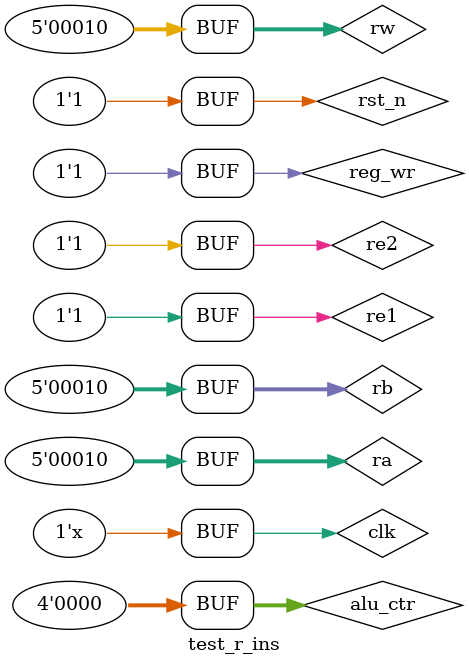
<source format=v>
`timescale 1ns / 1ps


module test_r_ins;

    reg clk;
    reg rst_n;
    
    reg [4:0]        rw;       // Ð´ÈëµØÖ·
    wire [31:0]       bus_w;   // Ð´ÈëÊý¾Ý
    reg              reg_wr;  // Ð´Ê¹ÄÜ

    reg [4:0]        ra;      // ¶ÁµØÖ·
    reg              re1;     // Á÷Ë®ÏßÓÅ»¯
    wire [31:0] bus_a;          // ¶Á³öÊý¾Ý

    reg [4:0]        rb;      // ¶ÁµØÖ·
    reg              re2;     //Á÷Ë®ÏßÓÅ»¯
    wire [31:0] bus_b;          // ¶ÁÊý¾Ý
    
    reg [3:0]          alu_ctr;
    //reg [31:0]         regA_i,regB_i;
    
    //wire [31:0]        res_o;
    wire               zero;
        
    initial begin
        clk = 0;
        rst_n = 0;
        #100;
        rst_n = 1'b1;
        reg_wr = 1'b1;
        //rw = 5'b00001;
        //bus_w = 32'b0000_0000_0000_0000_0000_0000_0000_0001;
        
        #100
        re1 = 1'b1;
        re2 = 1'b1;
        
        alu_ctr = 4'b0000;
        rw = 5'b00010;
        ra = 5'b00001;
        rb = 5'b00001;
        
        #100
        ra = 5'b00010;
        rb = 5'b00010;
        
    end
    always #20 clk = ~clk;
    
    reg_file reg_file0(
        .rst_n(rst_n),
        .clk(clk),
        
        .rw(rw),
        .bus_w(bus_w),
        .reg_wr(reg_wr),
        
        .ra(ra),
        .re1(re1),
        .bus_a(bus_a),
        
        .rb(rb),
        .re2(re2),
        .bus_b(bus_b)
        );
        
    alu_top alu_top0(
        .regA_i(bus_a), 
        .regB_i(bus_b), 
        .alu_ctr(alu_ctr), 
        .res_o(bus_w), 
        .zero(zero)
        );

endmodule

</source>
